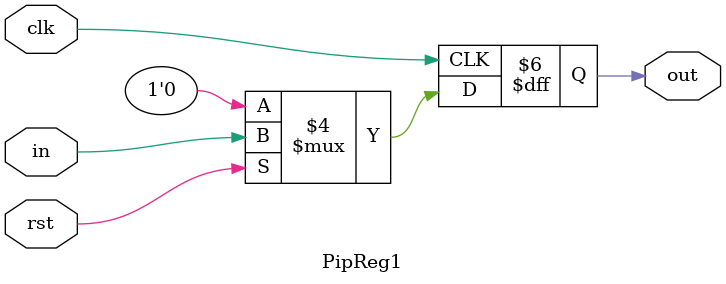
<source format=v>
module PipReg1 (
    input clk,
    input rst,
    input in,
    output reg out
);
    always @(posedge clk) begin
        if (!rst) begin
            out <= 0;
        end
        else begin
            out <= in;
        end
    end
endmodule

</source>
